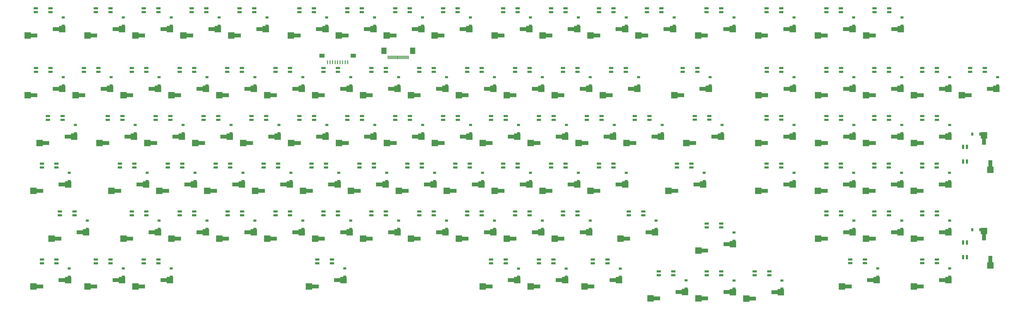
<source format=gbp>
G04 Layer: BottomPasteMaskLayer*
G04 EasyEDA v6.5.33, 2023-07-29 07:31:28*
G04 219471704c294700b8179b9d236804d4,d031c0a8eb424844af7c2e53bc7358ee,10*
G04 Gerber Generator version 0.2*
G04 Scale: 100 percent, Rotated: No, Reflected: No *
G04 Dimensions in millimeters *
G04 leading zeros omitted , absolute positions ,4 integer and 5 decimal *
%FSLAX45Y45*%
%MOMM*%

%AMMACRO1*21,1,$1,$2,0,0,$3*%
%AMMACRO2*4,1,4,0.6096,0.4547,0.6096,-0.4547,-0.6096,-0.4547,-0.6096,0.4547,0.6096,0.4547,0*%
%AMMACRO3*4,1,4,1.3132,-0.75,-1.3128,-0.75,-1.3132,0.75,1.313,0.75,1.3132,-0.75,0*%
%AMMACRO4*4,1,4,-1.313,0.75,1.313,0.75,1.313,-0.75,-1.3126,-0.75,-1.313,0.75,0*%
%AMMACRO5*4,1,4,-0.4547,0.6096,0.4547,0.6096,0.4547,-0.6096,-0.4547,-0.6096,-0.4547,0.6096,0*%
%AMMACRO6*4,1,4,0.75,1.3132,0.75,-1.3128,-0.75,-1.3132,-0.75,1.313,0.75,1.3132,0*%
%AMMACRO7*4,1,4,-0.75,-1.313,-0.75,1.313,0.75,1.313,0.75,-1.3126,-0.75,-1.313,0*%
%ADD10MACRO1,2X1.5X0.0000*%
%ADD11MACRO1,0.4X1.5X0.0000*%
%ADD12MACRO1,0.3X1.4X0.0000*%
%ADD13MACRO1,2X2.5X0.0000*%
%ADD14R,2.5500X2.5000*%
%ADD15MACRO2*%
%ADD16MACRO3*%
%ADD17MACRO4*%
%ADD18R,2.5000X2.5500*%
%ADD19MACRO5*%
%ADD20MACRO6*%
%ADD21MACRO7*%
%ADD22R,1.8000X0.8200*%
%ADD23R,0.8200X1.8000*%
%ADD24R,0.0135X1.8000*%

%LPD*%
D10*
G01*
X12778480Y-3133897D03*
G01*
X14018463Y-3133890D03*
D11*
G01*
X12998462Y-3393889D03*
G01*
X13098462Y-3393889D03*
G01*
X13198464Y-3393889D03*
G01*
X13298464Y-3393889D03*
G01*
X13398464Y-3393889D03*
G01*
X13498464Y-3393889D03*
G01*
X13598464Y-3393889D03*
G01*
X13698463Y-3393889D03*
G01*
X13798463Y-3393889D03*
D12*
G01*
X15411470Y-3202175D03*
G01*
X15461470Y-3202175D03*
G01*
X15511470Y-3202175D03*
G01*
X15561470Y-3202175D03*
G01*
X15611469Y-3202175D03*
G01*
X15661472Y-3202175D03*
D13*
G01*
X16381465Y-2944675D03*
G01*
X15241478Y-2944627D03*
D12*
G01*
X15711462Y-3202175D03*
G01*
X15761462Y-3202175D03*
G01*
X15811461Y-3202175D03*
G01*
X15861461Y-3202175D03*
G01*
X15911461Y-3202175D03*
G01*
X15961461Y-3202175D03*
G01*
X16011466Y-3202175D03*
G01*
X16061469Y-3202175D03*
G01*
X16111468Y-3202175D03*
G01*
X16161468Y-3202175D03*
G01*
X16211468Y-3202175D03*
D14*
G01*
X13634923Y-12078690D03*
D15*
G01*
X13682411Y-11613700D03*
G01*
X13682411Y-11938822D03*
D14*
G01*
X12262408Y-12331192D03*
D16*
G01*
X13397155Y-12077674D03*
D17*
G01*
X12512168Y-12331192D03*
D14*
G01*
X2444191Y-2078456D03*
D15*
G01*
X2491679Y-1613466D03*
G01*
X2491679Y-1938588D03*
D14*
G01*
X1071676Y-2330957D03*
D16*
G01*
X2206423Y-2077440D03*
D17*
G01*
X1321436Y-2330957D03*
D14*
G01*
X2680411Y-12078690D03*
D15*
G01*
X2727899Y-11613700D03*
G01*
X2727899Y-11938822D03*
D14*
G01*
X1307896Y-12331192D03*
D16*
G01*
X2442643Y-12077674D03*
D17*
G01*
X1557656Y-12331192D03*
D14*
G01*
X4826711Y-12078690D03*
D15*
G01*
X4874199Y-11613700D03*
G01*
X4874199Y-11938822D03*
D14*
G01*
X3454196Y-12331192D03*
D16*
G01*
X4588943Y-12077674D03*
D17*
G01*
X3703956Y-12331192D03*
D14*
G01*
X22443897Y-12079960D03*
D15*
G01*
X22491385Y-11614970D03*
G01*
X22491385Y-11940092D03*
D14*
G01*
X21071382Y-12332462D03*
D16*
G01*
X22206129Y-12078944D03*
D17*
G01*
X21321142Y-12332462D03*
D14*
G01*
X31496711Y-8268690D03*
D15*
G01*
X31544199Y-7803700D03*
G01*
X31544199Y-8128822D03*
D14*
G01*
X30124196Y-8521192D03*
D16*
G01*
X31258943Y-8267674D03*
D17*
G01*
X30373956Y-8521192D03*
D14*
G01*
X27209953Y-12552908D03*
D15*
G01*
X27257441Y-12087918D03*
G01*
X27257441Y-12413040D03*
D14*
G01*
X25837438Y-12805410D03*
D16*
G01*
X26972185Y-12551892D03*
D17*
G01*
X26087198Y-12805410D03*
D14*
G01*
X31020969Y-12556972D03*
D15*
G01*
X31068457Y-12091982D03*
G01*
X31068457Y-12417104D03*
D14*
G01*
X29648454Y-12809474D03*
D16*
G01*
X30783201Y-12555956D03*
D17*
G01*
X29898214Y-12809473D03*
D14*
G01*
X34827921Y-12078944D03*
D15*
G01*
X34875409Y-11613954D03*
G01*
X34875409Y-11939076D03*
D14*
G01*
X33455406Y-12331445D03*
D16*
G01*
X34590153Y-12077928D03*
D17*
G01*
X33705166Y-12331446D03*
D18*
G01*
X39097940Y-10120934D03*
D19*
G01*
X38632950Y-10073446D03*
G01*
X38958072Y-10073446D03*
D18*
G01*
X39350441Y-11493449D03*
D20*
G01*
X39096924Y-10358702D03*
D21*
G01*
X39350441Y-11243689D03*
D14*
G01*
X37686945Y-12078944D03*
D15*
G01*
X37734433Y-11613954D03*
G01*
X37734433Y-11939076D03*
D14*
G01*
X36314430Y-12331445D03*
D16*
G01*
X37449177Y-12077928D03*
D17*
G01*
X36564190Y-12331446D03*
D14*
G01*
X35783469Y-10171912D03*
D15*
G01*
X35830957Y-9706922D03*
G01*
X35830957Y-10032044D03*
D14*
G01*
X34410954Y-10424413D03*
D16*
G01*
X35545701Y-10170896D03*
D17*
G01*
X34660714Y-10424413D03*
D14*
G01*
X29113937Y-12554940D03*
D15*
G01*
X29161425Y-12089950D03*
G01*
X29161425Y-12415072D03*
D14*
G01*
X27741422Y-12807442D03*
D16*
G01*
X28876169Y-12553924D03*
D17*
G01*
X27991182Y-12807442D03*
D14*
G01*
X24588927Y-12079960D03*
D15*
G01*
X24636415Y-11614970D03*
G01*
X24636415Y-11940092D03*
D14*
G01*
X23216412Y-12332462D03*
D16*
G01*
X24351159Y-12078944D03*
D17*
G01*
X23466172Y-12332462D03*
D14*
G01*
X20542961Y-12079960D03*
D15*
G01*
X20590449Y-11614970D03*
G01*
X20590449Y-11940092D03*
D14*
G01*
X19170446Y-12332462D03*
D16*
G01*
X20305193Y-12078944D03*
D17*
G01*
X19420206Y-12332462D03*
D14*
G01*
X6731711Y-12078690D03*
D15*
G01*
X6779199Y-11613700D03*
G01*
X6779199Y-11938822D03*
D14*
G01*
X5359196Y-12331192D03*
D16*
G01*
X6493943Y-12077674D03*
D17*
G01*
X5608956Y-12331192D03*
D14*
G01*
X3398469Y-10171912D03*
D15*
G01*
X3445957Y-9706922D03*
G01*
X3445957Y-10032044D03*
D14*
G01*
X2025954Y-10424413D03*
D16*
G01*
X3160701Y-10170896D03*
D17*
G01*
X2275714Y-10424413D03*
D14*
G01*
X6255969Y-10171912D03*
D15*
G01*
X6303457Y-9706922D03*
G01*
X6303457Y-10032044D03*
D14*
G01*
X4883454Y-10424413D03*
D16*
G01*
X6018201Y-10170896D03*
D17*
G01*
X5133214Y-10424413D03*
D14*
G01*
X10065969Y-10171912D03*
D15*
G01*
X10113457Y-9706922D03*
G01*
X10113457Y-10032044D03*
D14*
G01*
X8693454Y-10424413D03*
D16*
G01*
X9828201Y-10170896D03*
D17*
G01*
X8943214Y-10424413D03*
D14*
G01*
X13875969Y-10171912D03*
D15*
G01*
X13923457Y-9706922D03*
G01*
X13923457Y-10032044D03*
D14*
G01*
X12503454Y-10424413D03*
D16*
G01*
X13638201Y-10170896D03*
D17*
G01*
X12753214Y-10424413D03*
D14*
G01*
X17685969Y-10171912D03*
D15*
G01*
X17733457Y-9706922D03*
G01*
X17733457Y-10032044D03*
D14*
G01*
X16313454Y-10424413D03*
D16*
G01*
X17448201Y-10170896D03*
D17*
G01*
X16563214Y-10424413D03*
D14*
G01*
X21495969Y-10171912D03*
D15*
G01*
X21543457Y-9706922D03*
G01*
X21543457Y-10032044D03*
D14*
G01*
X20123454Y-10424413D03*
D16*
G01*
X21258201Y-10170896D03*
D17*
G01*
X20373214Y-10424413D03*
D14*
G01*
X26017169Y-10171912D03*
D15*
G01*
X26064657Y-9706922D03*
G01*
X26064657Y-10032044D03*
D14*
G01*
X24644654Y-10424413D03*
D16*
G01*
X25779401Y-10170896D03*
D17*
G01*
X24894414Y-10424413D03*
D14*
G01*
X33878469Y-10171912D03*
D15*
G01*
X33925957Y-9706922D03*
G01*
X33925957Y-10032044D03*
D14*
G01*
X32505954Y-10424413D03*
D16*
G01*
X33640701Y-10170896D03*
D17*
G01*
X32755714Y-10424413D03*
D14*
G01*
X37688469Y-10171912D03*
D15*
G01*
X37735957Y-9706922D03*
G01*
X37735957Y-10032044D03*
D14*
G01*
X36315954Y-10424413D03*
D16*
G01*
X37450701Y-10170896D03*
D17*
G01*
X36565714Y-10424413D03*
D14*
G01*
X37681611Y-8268690D03*
D15*
G01*
X37729099Y-7803700D03*
G01*
X37729099Y-8128822D03*
D14*
G01*
X36309096Y-8521192D03*
D16*
G01*
X37443843Y-8267674D03*
D17*
G01*
X36558856Y-8521192D03*
D14*
G01*
X35776611Y-8268690D03*
D15*
G01*
X35824099Y-7803700D03*
G01*
X35824099Y-8128822D03*
D14*
G01*
X34404096Y-8521192D03*
D16*
G01*
X35538843Y-8267674D03*
D17*
G01*
X34653856Y-8521192D03*
D14*
G01*
X29113937Y-10648924D03*
D15*
G01*
X29161425Y-10183934D03*
G01*
X29161425Y-10509056D03*
D14*
G01*
X27741422Y-10901426D03*
D16*
G01*
X28876169Y-10647908D03*
D17*
G01*
X27991182Y-10901426D03*
D14*
G01*
X23400969Y-10171912D03*
D15*
G01*
X23448457Y-9706922D03*
G01*
X23448457Y-10032044D03*
D14*
G01*
X22028454Y-10424413D03*
D16*
G01*
X23163201Y-10170896D03*
D17*
G01*
X22278214Y-10424413D03*
D14*
G01*
X19590969Y-10171912D03*
D15*
G01*
X19638457Y-9706922D03*
G01*
X19638457Y-10032044D03*
D14*
G01*
X18218454Y-10424413D03*
D16*
G01*
X19353201Y-10170896D03*
D17*
G01*
X18468214Y-10424413D03*
D14*
G01*
X15780969Y-10171912D03*
D15*
G01*
X15828457Y-9706922D03*
G01*
X15828457Y-10032044D03*
D14*
G01*
X14408454Y-10424413D03*
D16*
G01*
X15543201Y-10170896D03*
D17*
G01*
X14658214Y-10424413D03*
D14*
G01*
X11970969Y-10171912D03*
D15*
G01*
X12018457Y-9706922D03*
G01*
X12018457Y-10032044D03*
D14*
G01*
X10598454Y-10424413D03*
D16*
G01*
X11733201Y-10170896D03*
D17*
G01*
X10848214Y-10424413D03*
D14*
G01*
X8160969Y-10171912D03*
D15*
G01*
X8208457Y-9706922D03*
G01*
X8208457Y-10032044D03*
D14*
G01*
X6788454Y-10424413D03*
D16*
G01*
X7923201Y-10170896D03*
D17*
G01*
X7038214Y-10424413D03*
D14*
G01*
X2680411Y-8268690D03*
D15*
G01*
X2727899Y-7803700D03*
G01*
X2727899Y-8128822D03*
D14*
G01*
X1307896Y-8521192D03*
D16*
G01*
X2442643Y-8267674D03*
D17*
G01*
X1557656Y-8521192D03*
D14*
G01*
X7684211Y-8268690D03*
D15*
G01*
X7731699Y-7803700D03*
G01*
X7731699Y-8128822D03*
D14*
G01*
X6311696Y-8521192D03*
D16*
G01*
X7446443Y-8267674D03*
D17*
G01*
X6561456Y-8521192D03*
D14*
G01*
X11494211Y-8268690D03*
D15*
G01*
X11541699Y-7803700D03*
G01*
X11541699Y-8128822D03*
D14*
G01*
X10121696Y-8521192D03*
D16*
G01*
X11256443Y-8267674D03*
D17*
G01*
X10371456Y-8521192D03*
D14*
G01*
X15304211Y-8268690D03*
D15*
G01*
X15351699Y-7803700D03*
G01*
X15351699Y-8128822D03*
D14*
G01*
X13931696Y-8521192D03*
D16*
G01*
X15066443Y-8267674D03*
D17*
G01*
X14181456Y-8521192D03*
D14*
G01*
X19114211Y-8268690D03*
D15*
G01*
X19161699Y-7803700D03*
G01*
X19161699Y-8128822D03*
D14*
G01*
X17741696Y-8521192D03*
D16*
G01*
X18876443Y-8267674D03*
D17*
G01*
X17991456Y-8521192D03*
D14*
G01*
X22924211Y-8268690D03*
D15*
G01*
X22971699Y-7803700D03*
G01*
X22971699Y-8128822D03*
D14*
G01*
X21551696Y-8521192D03*
D16*
G01*
X22686443Y-8267674D03*
D17*
G01*
X21801456Y-8521192D03*
D14*
G01*
X27928011Y-8268690D03*
D15*
G01*
X27975499Y-7803700D03*
G01*
X27975499Y-8128822D03*
D14*
G01*
X26555496Y-8521192D03*
D16*
G01*
X27690243Y-8267674D03*
D17*
G01*
X26805256Y-8521192D03*
D14*
G01*
X35789311Y-2078456D03*
D15*
G01*
X35836799Y-1613466D03*
G01*
X35836799Y-1938588D03*
D14*
G01*
X34416796Y-2330957D03*
D16*
G01*
X35551543Y-2077440D03*
D17*
G01*
X34666556Y-2330957D03*
D14*
G01*
X33871611Y-8268690D03*
D15*
G01*
X33919099Y-7803700D03*
G01*
X33919099Y-8128822D03*
D14*
G01*
X32499096Y-8521192D03*
D16*
G01*
X33633843Y-8267674D03*
D17*
G01*
X32748856Y-8521192D03*
D18*
G01*
X39097940Y-6310934D03*
D19*
G01*
X38632950Y-6263446D03*
G01*
X38958072Y-6263446D03*
D18*
G01*
X39350441Y-7683449D03*
D20*
G01*
X39096924Y-6548702D03*
D21*
G01*
X39350441Y-7433689D03*
D14*
G01*
X37686691Y-6363690D03*
D15*
G01*
X37734179Y-5898700D03*
G01*
X37734179Y-6223822D03*
D14*
G01*
X36314176Y-6616192D03*
D16*
G01*
X37448923Y-6362674D03*
D17*
G01*
X36563936Y-6616192D03*
D14*
G01*
X35781691Y-6363690D03*
D15*
G01*
X35829179Y-5898700D03*
G01*
X35829179Y-6223822D03*
D14*
G01*
X34409176Y-6616192D03*
D16*
G01*
X35543923Y-6362674D03*
D17*
G01*
X34658936Y-6616192D03*
D14*
G01*
X31496711Y-6363690D03*
D15*
G01*
X31544199Y-5898700D03*
G01*
X31544199Y-6223822D03*
D14*
G01*
X30124196Y-6616192D03*
D16*
G01*
X31258943Y-6362674D03*
D17*
G01*
X30373956Y-6616192D03*
D14*
G01*
X24829211Y-8268690D03*
D15*
G01*
X24876699Y-7803700D03*
G01*
X24876699Y-8128822D03*
D14*
G01*
X23456696Y-8521192D03*
D16*
G01*
X24591443Y-8267674D03*
D17*
G01*
X23706456Y-8521192D03*
D14*
G01*
X21019211Y-8268690D03*
D15*
G01*
X21066699Y-7803700D03*
G01*
X21066699Y-8128822D03*
D14*
G01*
X19646696Y-8521192D03*
D16*
G01*
X20781443Y-8267674D03*
D17*
G01*
X19896456Y-8521192D03*
D14*
G01*
X17209211Y-8268690D03*
D15*
G01*
X17256699Y-7803700D03*
G01*
X17256699Y-8128822D03*
D14*
G01*
X15836696Y-8521192D03*
D16*
G01*
X16971443Y-8267674D03*
D17*
G01*
X16086456Y-8521192D03*
D14*
G01*
X13399211Y-8268690D03*
D15*
G01*
X13446699Y-7803700D03*
G01*
X13446699Y-8128822D03*
D14*
G01*
X12026696Y-8521192D03*
D16*
G01*
X13161443Y-8267674D03*
D17*
G01*
X12276456Y-8521192D03*
D14*
G01*
X9589211Y-8268690D03*
D15*
G01*
X9636699Y-7803700D03*
G01*
X9636699Y-8128822D03*
D14*
G01*
X8216696Y-8521192D03*
D16*
G01*
X9351443Y-8267674D03*
D17*
G01*
X8466456Y-8521192D03*
D14*
G01*
X5779211Y-8268690D03*
D15*
G01*
X5826699Y-7803700D03*
G01*
X5826699Y-8128822D03*
D14*
G01*
X4406696Y-8521192D03*
D16*
G01*
X5541443Y-8267674D03*
D17*
G01*
X4656456Y-8521192D03*
D14*
G01*
X2921711Y-6363690D03*
D15*
G01*
X2969199Y-5898700D03*
G01*
X2969199Y-6223822D03*
D14*
G01*
X1549196Y-6616192D03*
D16*
G01*
X2683943Y-6362674D03*
D17*
G01*
X1798956Y-6616192D03*
D14*
G01*
X7206691Y-6363690D03*
D15*
G01*
X7254179Y-5898700D03*
G01*
X7254179Y-6223822D03*
D14*
G01*
X5834176Y-6616192D03*
D16*
G01*
X6968923Y-6362674D03*
D17*
G01*
X6083936Y-6616192D03*
D14*
G01*
X11016691Y-6363690D03*
D15*
G01*
X11064179Y-5898700D03*
G01*
X11064179Y-6223822D03*
D14*
G01*
X9644176Y-6616192D03*
D16*
G01*
X10778923Y-6362674D03*
D17*
G01*
X9893936Y-6616192D03*
D14*
G01*
X14826691Y-6363690D03*
D15*
G01*
X14874179Y-5898700D03*
G01*
X14874179Y-6223822D03*
D14*
G01*
X13454176Y-6616192D03*
D16*
G01*
X14588923Y-6362674D03*
D17*
G01*
X13703936Y-6616192D03*
D14*
G01*
X18636691Y-6363690D03*
D15*
G01*
X18684179Y-5898700D03*
G01*
X18684179Y-6223822D03*
D14*
G01*
X17264176Y-6616192D03*
D16*
G01*
X18398923Y-6362674D03*
D17*
G01*
X17513936Y-6616192D03*
D14*
G01*
X22446691Y-6363690D03*
D15*
G01*
X22494179Y-5898700D03*
G01*
X22494179Y-6223822D03*
D14*
G01*
X21074176Y-6616192D03*
D16*
G01*
X22208923Y-6362674D03*
D17*
G01*
X21323936Y-6616192D03*
D14*
G01*
X26256691Y-6363690D03*
D15*
G01*
X26304179Y-5898700D03*
G01*
X26304179Y-6223822D03*
D14*
G01*
X24884176Y-6616192D03*
D16*
G01*
X26018923Y-6362674D03*
D17*
G01*
X25133936Y-6616192D03*
D14*
G01*
X29109111Y-2078456D03*
D15*
G01*
X29156599Y-1613466D03*
G01*
X29156599Y-1938588D03*
D14*
G01*
X27736596Y-2330957D03*
D16*
G01*
X28871343Y-2077440D03*
D17*
G01*
X27986356Y-2330957D03*
D14*
G01*
X31502807Y-4458690D03*
D15*
G01*
X31550295Y-3993700D03*
G01*
X31550295Y-4318822D03*
D14*
G01*
X30130292Y-4711192D03*
D16*
G01*
X31265039Y-4457674D03*
D17*
G01*
X30380052Y-4711192D03*
D14*
G01*
X33876691Y-6363690D03*
D15*
G01*
X33924179Y-5898700D03*
G01*
X33924179Y-6223822D03*
D14*
G01*
X32504176Y-6616192D03*
D16*
G01*
X33638923Y-6362674D03*
D17*
G01*
X32753936Y-6616192D03*
D14*
G01*
X39592707Y-4458690D03*
D15*
G01*
X39640195Y-3993700D03*
G01*
X39640195Y-4318822D03*
D14*
G01*
X38220192Y-4711192D03*
D16*
G01*
X39354939Y-4457674D03*
D17*
G01*
X38469952Y-4711192D03*
D14*
G01*
X37687707Y-4458690D03*
D15*
G01*
X37735195Y-3993700D03*
G01*
X37735195Y-4318822D03*
D14*
G01*
X36315192Y-4711192D03*
D16*
G01*
X37449939Y-4457674D03*
D17*
G01*
X36564952Y-4711192D03*
D14*
G01*
X35782707Y-4458690D03*
D15*
G01*
X35830195Y-3993700D03*
G01*
X35830195Y-4318822D03*
D14*
G01*
X34410192Y-4711192D03*
D16*
G01*
X35544939Y-4457674D03*
D17*
G01*
X34659952Y-4711192D03*
D14*
G01*
X31496711Y-2078456D03*
D15*
G01*
X31544199Y-1613466D03*
G01*
X31544199Y-1938588D03*
D14*
G01*
X30124196Y-2330957D03*
D16*
G01*
X31258943Y-2077440D03*
D17*
G01*
X30373956Y-2330957D03*
D14*
G01*
X28639211Y-6363690D03*
D15*
G01*
X28686699Y-5898700D03*
G01*
X28686699Y-6223822D03*
D14*
G01*
X27266696Y-6616192D03*
D16*
G01*
X28401443Y-6362674D03*
D17*
G01*
X27516456Y-6616192D03*
D14*
G01*
X24351691Y-6363690D03*
D15*
G01*
X24399179Y-5898700D03*
G01*
X24399179Y-6223822D03*
D14*
G01*
X22979176Y-6616192D03*
D16*
G01*
X24113923Y-6362674D03*
D17*
G01*
X23228936Y-6616192D03*
D14*
G01*
X20541691Y-6363690D03*
D15*
G01*
X20589179Y-5898700D03*
G01*
X20589179Y-6223822D03*
D14*
G01*
X19169176Y-6616192D03*
D16*
G01*
X20303923Y-6362674D03*
D17*
G01*
X19418936Y-6616192D03*
D14*
G01*
X16731691Y-6363690D03*
D15*
G01*
X16779179Y-5898700D03*
G01*
X16779179Y-6223822D03*
D14*
G01*
X15359176Y-6616192D03*
D16*
G01*
X16493923Y-6362674D03*
D17*
G01*
X15608936Y-6616192D03*
D14*
G01*
X12921691Y-6363690D03*
D15*
G01*
X12969179Y-5898700D03*
G01*
X12969179Y-6223822D03*
D14*
G01*
X11549176Y-6616192D03*
D16*
G01*
X12683923Y-6362674D03*
D17*
G01*
X11798936Y-6616192D03*
D14*
G01*
X9111691Y-6363690D03*
D15*
G01*
X9159179Y-5898700D03*
G01*
X9159179Y-6223822D03*
D14*
G01*
X7739176Y-6616192D03*
D16*
G01*
X8873923Y-6362674D03*
D17*
G01*
X7988936Y-6616192D03*
D14*
G01*
X5301691Y-6363690D03*
D15*
G01*
X5349179Y-5898700D03*
G01*
X5349179Y-6223822D03*
D14*
G01*
X3929176Y-6616192D03*
D16*
G01*
X5063923Y-6362674D03*
D17*
G01*
X4178936Y-6616192D03*
D14*
G01*
X2445207Y-4458690D03*
D15*
G01*
X2492695Y-3993700D03*
G01*
X2492695Y-4318822D03*
D14*
G01*
X1072692Y-4711192D03*
D16*
G01*
X2207439Y-4457674D03*
D17*
G01*
X1322452Y-4711192D03*
D14*
G01*
X6255207Y-4458690D03*
D15*
G01*
X6302695Y-3993700D03*
G01*
X6302695Y-4318822D03*
D14*
G01*
X4882692Y-4711192D03*
D16*
G01*
X6017439Y-4457674D03*
D17*
G01*
X5132452Y-4711192D03*
D14*
G01*
X10065207Y-4458690D03*
D15*
G01*
X10112695Y-3993700D03*
G01*
X10112695Y-4318822D03*
D14*
G01*
X8692692Y-4711192D03*
D16*
G01*
X9827439Y-4457674D03*
D17*
G01*
X8942452Y-4711192D03*
D14*
G01*
X13875207Y-4458690D03*
D15*
G01*
X13922695Y-3993700D03*
G01*
X13922695Y-4318822D03*
D14*
G01*
X12502692Y-4711192D03*
D16*
G01*
X13637439Y-4457674D03*
D17*
G01*
X12752452Y-4711192D03*
D14*
G01*
X17685207Y-4458690D03*
D15*
G01*
X17732695Y-3993700D03*
G01*
X17732695Y-4318822D03*
D14*
G01*
X16312692Y-4711192D03*
D16*
G01*
X17447439Y-4457674D03*
D17*
G01*
X16562452Y-4711192D03*
D14*
G01*
X21495207Y-4458690D03*
D15*
G01*
X21542695Y-3993700D03*
G01*
X21542695Y-4318822D03*
D14*
G01*
X20122692Y-4711192D03*
D16*
G01*
X21257439Y-4457674D03*
D17*
G01*
X20372452Y-4711192D03*
D14*
G01*
X25317907Y-4458690D03*
D15*
G01*
X25365395Y-3993700D03*
G01*
X25365395Y-4318822D03*
D14*
G01*
X23945392Y-4711192D03*
D16*
G01*
X25080139Y-4457674D03*
D17*
G01*
X24195152Y-4711192D03*
D14*
G01*
X28162707Y-4458690D03*
D15*
G01*
X28210195Y-3993700D03*
G01*
X28210195Y-4318822D03*
D14*
G01*
X26790192Y-4711192D03*
D16*
G01*
X27924939Y-4457674D03*
D17*
G01*
X27039952Y-4711192D03*
D14*
G01*
X33871611Y-2078456D03*
D15*
G01*
X33919099Y-1613466D03*
G01*
X33919099Y-1938588D03*
D14*
G01*
X32499096Y-2330957D03*
D16*
G01*
X33633843Y-2077440D03*
D17*
G01*
X32748856Y-2330957D03*
D14*
G01*
X33877707Y-4458690D03*
D15*
G01*
X33925195Y-3993700D03*
G01*
X33925195Y-4318822D03*
D14*
G01*
X32505192Y-4711192D03*
D16*
G01*
X33639939Y-4457674D03*
D17*
G01*
X32754952Y-4711192D03*
D14*
G01*
X23400207Y-4458690D03*
D15*
G01*
X23447695Y-3993700D03*
G01*
X23447695Y-4318822D03*
D14*
G01*
X22027692Y-4711192D03*
D16*
G01*
X23162439Y-4457674D03*
D17*
G01*
X22277452Y-4711192D03*
D14*
G01*
X19590207Y-4458690D03*
D15*
G01*
X19637695Y-3993700D03*
G01*
X19637695Y-4318822D03*
D14*
G01*
X18217692Y-4711192D03*
D16*
G01*
X19352439Y-4457674D03*
D17*
G01*
X18467452Y-4711192D03*
D14*
G01*
X15780207Y-4458690D03*
D15*
G01*
X15827695Y-3993700D03*
G01*
X15827695Y-4318822D03*
D14*
G01*
X14407692Y-4711192D03*
D16*
G01*
X15542439Y-4457674D03*
D17*
G01*
X14657452Y-4711192D03*
D14*
G01*
X11970207Y-4458690D03*
D15*
G01*
X12017695Y-3993700D03*
G01*
X12017695Y-4318822D03*
D14*
G01*
X10597692Y-4711192D03*
D16*
G01*
X11732439Y-4457674D03*
D17*
G01*
X10847452Y-4711192D03*
D14*
G01*
X8160207Y-4458690D03*
D15*
G01*
X8207695Y-3993700D03*
G01*
X8207695Y-4318822D03*
D14*
G01*
X6787692Y-4711192D03*
D16*
G01*
X7922439Y-4457674D03*
D17*
G01*
X7037452Y-4711192D03*
D14*
G01*
X4350207Y-4458690D03*
D15*
G01*
X4397695Y-3993700D03*
G01*
X4397695Y-4318822D03*
D14*
G01*
X2977692Y-4711192D03*
D16*
G01*
X4112439Y-4457674D03*
D17*
G01*
X3227452Y-4711192D03*
D14*
G01*
X6731711Y-2078456D03*
D15*
G01*
X6779199Y-1613466D03*
G01*
X6779199Y-1938588D03*
D14*
G01*
X5359196Y-2330957D03*
D16*
G01*
X6493943Y-2077440D03*
D17*
G01*
X5608956Y-2330957D03*
D14*
G01*
X10541711Y-2078456D03*
D15*
G01*
X10589199Y-1613466D03*
G01*
X10589199Y-1938588D03*
D14*
G01*
X9169196Y-2330957D03*
D16*
G01*
X10303943Y-2077440D03*
D17*
G01*
X9418956Y-2330957D03*
D14*
G01*
X14821611Y-2078456D03*
D15*
G01*
X14869099Y-1613466D03*
G01*
X14869099Y-1938588D03*
D14*
G01*
X13449096Y-2330957D03*
D16*
G01*
X14583843Y-2077440D03*
D17*
G01*
X13698856Y-2330957D03*
D14*
G01*
X18631611Y-2078456D03*
D15*
G01*
X18679099Y-1613466D03*
G01*
X18679099Y-1938588D03*
D14*
G01*
X17259096Y-2330957D03*
D16*
G01*
X18393843Y-2077440D03*
D17*
G01*
X17508856Y-2330957D03*
D14*
G01*
X22924211Y-2078456D03*
D15*
G01*
X22971699Y-1613466D03*
G01*
X22971699Y-1938588D03*
D14*
G01*
X21551696Y-2330957D03*
D16*
G01*
X22686443Y-2077440D03*
D17*
G01*
X21801456Y-2330957D03*
D14*
G01*
X24829211Y-2078456D03*
D15*
G01*
X24876699Y-1613466D03*
G01*
X24876699Y-1938588D03*
D14*
G01*
X23456696Y-2330957D03*
D16*
G01*
X24591443Y-2077440D03*
D17*
G01*
X23706456Y-2330957D03*
D14*
G01*
X26734211Y-2078456D03*
D15*
G01*
X26781699Y-1613466D03*
G01*
X26781699Y-1938588D03*
D14*
G01*
X25361696Y-2330957D03*
D16*
G01*
X26496443Y-2077440D03*
D17*
G01*
X25611456Y-2330957D03*
D14*
G01*
X21019211Y-2078456D03*
D15*
G01*
X21066699Y-1613466D03*
G01*
X21066699Y-1938588D03*
D14*
G01*
X19646696Y-2330957D03*
D16*
G01*
X20781443Y-2077440D03*
D17*
G01*
X19896456Y-2330957D03*
D14*
G01*
X16726611Y-2078456D03*
D15*
G01*
X16774099Y-1613466D03*
G01*
X16774099Y-1938588D03*
D14*
G01*
X15354096Y-2330957D03*
D16*
G01*
X16488843Y-2077440D03*
D17*
G01*
X15603856Y-2330957D03*
D14*
G01*
X12916611Y-2078456D03*
D15*
G01*
X12964099Y-1613466D03*
G01*
X12964099Y-1938588D03*
D14*
G01*
X11544096Y-2330957D03*
D16*
G01*
X12678843Y-2077440D03*
D17*
G01*
X11793856Y-2330957D03*
D14*
G01*
X4826711Y-2078456D03*
D15*
G01*
X4874199Y-1613466D03*
G01*
X4874199Y-1938588D03*
D14*
G01*
X3454196Y-2330957D03*
D16*
G01*
X4588943Y-2077440D03*
D17*
G01*
X3703956Y-2330957D03*
D14*
G01*
X8638997Y-2078507D03*
D15*
G01*
X8686485Y-1613496D03*
G01*
X8686485Y-1938619D03*
D14*
G01*
X7266482Y-2331008D03*
D16*
G01*
X8401229Y-2077471D03*
D17*
G01*
X7516242Y-2330988D03*
D22*
G01*
X1979091Y-1398803D03*
G01*
X1979091Y-1248816D03*
G01*
X1399108Y-1248816D03*
G01*
X1399108Y-1398803D03*
G01*
X4366691Y-1398803D03*
G01*
X4366691Y-1248816D03*
G01*
X3786682Y-1248816D03*
G01*
X3786708Y-1398803D03*
G01*
X6271691Y-1398803D03*
G01*
X6271691Y-1248816D03*
G01*
X5691682Y-1248816D03*
G01*
X5691682Y-1398803D03*
G01*
X8176691Y-1398803D03*
G01*
X8176691Y-1248816D03*
G01*
X7596682Y-1248816D03*
G01*
X7596682Y-1398803D03*
G01*
X10081691Y-1398803D03*
G01*
X10081691Y-1248816D03*
G01*
X9501682Y-1248816D03*
G01*
X9501682Y-1398803D03*
G01*
X12456566Y-1398803D03*
G01*
X12456566Y-1248816D03*
G01*
X11876582Y-1248816D03*
G01*
X11876582Y-1398803D03*
G01*
X14361566Y-1398803D03*
G01*
X14361566Y-1248816D03*
G01*
X13781582Y-1248816D03*
G01*
X13781582Y-1398803D03*
G01*
X16266566Y-1398803D03*
G01*
X16266566Y-1248816D03*
G01*
X15686557Y-1248816D03*
G01*
X15686582Y-1398803D03*
G01*
X18171566Y-1398803D03*
G01*
X18171566Y-1248816D03*
G01*
X17591557Y-1248816D03*
G01*
X17591557Y-1398803D03*
G01*
X20559166Y-1398803D03*
G01*
X20559166Y-1248816D03*
G01*
X19979157Y-1248816D03*
G01*
X19979157Y-1398803D03*
G01*
X22464166Y-1398803D03*
G01*
X22464166Y-1248816D03*
G01*
X21884157Y-1248816D03*
G01*
X21884157Y-1398803D03*
G01*
X24369166Y-1398803D03*
G01*
X24369141Y-1248816D03*
G01*
X23789157Y-1248816D03*
G01*
X23789157Y-1398803D03*
G01*
X26274140Y-1398803D03*
G01*
X26274140Y-1248816D03*
G01*
X25694157Y-1248816D03*
G01*
X25694157Y-1398803D03*
G01*
X28649040Y-1398803D03*
G01*
X28649040Y-1248816D03*
G01*
X28069057Y-1248816D03*
G01*
X28069057Y-1398803D03*
G01*
X31036640Y-1398803D03*
G01*
X31036640Y-1248816D03*
G01*
X30456632Y-1248816D03*
G01*
X30456632Y-1398803D03*
G01*
X33411540Y-1398803D03*
G01*
X33411540Y-1248816D03*
G01*
X32831532Y-1248816D03*
G01*
X32831532Y-1398803D03*
G01*
X35329241Y-1398803D03*
G01*
X35329241Y-1248816D03*
G01*
X34749232Y-1248816D03*
G01*
X34749232Y-1398803D03*
G01*
X38550926Y-3629583D03*
G01*
X38550926Y-3779596D03*
G01*
X39130909Y-3779596D03*
G01*
X39130909Y-3629583D03*
G01*
X36646916Y-3629583D03*
G01*
X36646916Y-3779596D03*
G01*
X37226925Y-3779596D03*
G01*
X37226925Y-3629583D03*
G01*
X34740926Y-3630599D03*
G01*
X34740926Y-3780586D03*
G01*
X35320935Y-3780586D03*
G01*
X35320935Y-3630599D03*
G01*
X32835926Y-3630599D03*
G01*
X32835926Y-3780586D03*
G01*
X33415935Y-3780586D03*
G01*
X33415935Y-3630599D03*
G01*
X30460975Y-3630599D03*
G01*
X30460975Y-3780586D03*
G01*
X31040959Y-3780586D03*
G01*
X31040959Y-3630599D03*
G01*
X27120926Y-3630599D03*
G01*
X27120926Y-3780586D03*
G01*
X27700935Y-3780586D03*
G01*
X27700935Y-3630599D03*
G01*
X24276126Y-3630599D03*
G01*
X24276126Y-3780586D03*
G01*
X24856135Y-3780586D03*
G01*
X24856135Y-3630599D03*
G01*
X22358426Y-3630599D03*
G01*
X22358426Y-3780586D03*
G01*
X22938435Y-3780586D03*
G01*
X22938435Y-3630599D03*
G01*
X20453426Y-3630599D03*
G01*
X20453426Y-3780586D03*
G01*
X21033435Y-3780586D03*
G01*
X21033435Y-3630599D03*
G01*
X18548426Y-3630599D03*
G01*
X18548426Y-3780586D03*
G01*
X19128435Y-3780586D03*
G01*
X19128435Y-3630599D03*
G01*
X16643426Y-3630599D03*
G01*
X16643426Y-3780586D03*
G01*
X17223435Y-3780586D03*
G01*
X17223435Y-3630599D03*
G01*
X14738426Y-3630599D03*
G01*
X14738426Y-3780586D03*
G01*
X15318435Y-3780586D03*
G01*
X15318435Y-3630599D03*
G01*
X12833426Y-3630599D03*
G01*
X12833426Y-3780586D03*
G01*
X13413435Y-3780586D03*
G01*
X13413435Y-3630599D03*
G01*
X10928426Y-3630599D03*
G01*
X10928426Y-3780586D03*
G01*
X11508435Y-3780586D03*
G01*
X11508435Y-3630599D03*
G01*
X9010726Y-3630599D03*
G01*
X9010726Y-3780586D03*
G01*
X9590735Y-3780586D03*
G01*
X9590735Y-3630599D03*
G01*
X7118426Y-3630599D03*
G01*
X7118426Y-3780586D03*
G01*
X7698435Y-3780586D03*
G01*
X7698435Y-3630599D03*
G01*
X5213426Y-3630599D03*
G01*
X5213426Y-3780586D03*
G01*
X5793435Y-3780586D03*
G01*
X5793435Y-3630599D03*
G01*
X3308426Y-3630599D03*
G01*
X3308426Y-3780586D03*
G01*
X3888435Y-3780586D03*
G01*
X3888435Y-3630599D03*
G01*
X1403426Y-3630599D03*
G01*
X1403426Y-3780586D03*
G01*
X1983435Y-3780586D03*
G01*
X1983435Y-3630599D03*
G01*
X2461691Y-5688406D03*
G01*
X2461691Y-5538393D03*
G01*
X1881708Y-5538393D03*
G01*
X1881708Y-5688406D03*
G01*
X4840986Y-5688406D03*
G01*
X4840986Y-5538393D03*
G01*
X4261002Y-5538393D03*
G01*
X4261002Y-5688406D03*
G01*
X6745986Y-5688406D03*
G01*
X6745986Y-5538393D03*
G01*
X6166002Y-5538393D03*
G01*
X6166002Y-5688406D03*
G01*
X8650986Y-5688406D03*
G01*
X8650986Y-5538393D03*
G01*
X8071002Y-5538393D03*
G01*
X8071002Y-5688406D03*
G01*
X10555986Y-5688406D03*
G01*
X10555986Y-5538393D03*
G01*
X9976002Y-5538393D03*
G01*
X9976002Y-5688406D03*
G01*
X12460986Y-5688406D03*
G01*
X12460986Y-5538393D03*
G01*
X11881002Y-5538393D03*
G01*
X11881002Y-5688406D03*
G01*
X14365986Y-5688406D03*
G01*
X14365986Y-5538393D03*
G01*
X13786002Y-5538393D03*
G01*
X13786002Y-5688406D03*
G01*
X16270986Y-5688406D03*
G01*
X16270986Y-5538393D03*
G01*
X15691002Y-5538393D03*
G01*
X15691002Y-5688406D03*
G01*
X18175986Y-5688406D03*
G01*
X18175986Y-5538393D03*
G01*
X17596002Y-5538393D03*
G01*
X17596002Y-5688406D03*
G01*
X20080986Y-5688406D03*
G01*
X20080986Y-5538393D03*
G01*
X19501002Y-5538393D03*
G01*
X19501002Y-5688406D03*
G01*
X21985986Y-5688406D03*
G01*
X21985986Y-5538393D03*
G01*
X21406002Y-5538393D03*
G01*
X21406002Y-5688406D03*
G01*
X23890986Y-5688406D03*
G01*
X23890986Y-5538393D03*
G01*
X23311002Y-5538393D03*
G01*
X23311002Y-5688406D03*
G01*
X25795986Y-5688406D03*
G01*
X25795986Y-5538393D03*
G01*
X25216002Y-5538393D03*
G01*
X25216002Y-5688406D03*
G01*
X28178937Y-5687390D03*
G01*
X28178937Y-5537403D03*
G01*
X27598954Y-5537403D03*
G01*
X27598954Y-5687390D03*
G01*
X31035929Y-5687390D03*
G01*
X31035929Y-5537403D03*
G01*
X30455946Y-5537403D03*
G01*
X30455946Y-5687390D03*
G01*
X33415986Y-5688406D03*
G01*
X33415986Y-5538393D03*
G01*
X32836002Y-5538393D03*
G01*
X32836002Y-5688406D03*
G01*
X35320986Y-5688406D03*
G01*
X35320986Y-5538393D03*
G01*
X34741002Y-5538393D03*
G01*
X34741002Y-5688406D03*
G01*
X37225986Y-5688406D03*
G01*
X37225986Y-5538393D03*
G01*
X36646002Y-5538393D03*
G01*
X36646002Y-5688406D03*
D23*
G01*
X38271526Y-7349997D03*
G01*
X38421513Y-7349997D03*
G01*
X38421513Y-6769988D03*
G01*
X38271526Y-6769988D03*
D22*
G01*
X36641608Y-7440396D03*
G01*
X36641608Y-7590383D03*
G01*
X37221591Y-7590383D03*
G01*
X37221591Y-7440396D03*
G01*
X34736608Y-7440396D03*
G01*
X34736608Y-7590383D03*
G01*
X35316591Y-7590383D03*
G01*
X35316591Y-7440396D03*
G01*
X32831608Y-7440396D03*
G01*
X32831608Y-7590383D03*
G01*
X33411591Y-7590383D03*
G01*
X33411591Y-7440396D03*
G01*
X30456708Y-7440396D03*
G01*
X30456708Y-7590383D03*
G01*
X31036691Y-7590383D03*
G01*
X31036691Y-7440396D03*
G01*
X26888008Y-7440396D03*
G01*
X26888008Y-7590383D03*
G01*
X27467991Y-7590383D03*
G01*
X27467991Y-7440396D03*
G01*
X23789208Y-7440396D03*
G01*
X23789208Y-7590383D03*
G01*
X24369191Y-7590383D03*
G01*
X24369191Y-7440396D03*
G01*
X21884208Y-7440396D03*
G01*
X21884208Y-7590383D03*
G01*
X22464191Y-7590383D03*
G01*
X22464191Y-7440396D03*
G01*
X19979208Y-7440396D03*
G01*
X19979208Y-7590383D03*
G01*
X20559191Y-7590383D03*
G01*
X20559191Y-7440396D03*
G01*
X18074208Y-7440396D03*
G01*
X18074208Y-7590383D03*
G01*
X18654191Y-7590383D03*
G01*
X18654191Y-7440396D03*
G01*
X16169208Y-7440396D03*
G01*
X16169208Y-7590383D03*
G01*
X16749191Y-7590383D03*
G01*
X16749191Y-7440396D03*
G01*
X14264208Y-7440396D03*
G01*
X14264208Y-7590383D03*
G01*
X14844191Y-7590383D03*
G01*
X14844191Y-7440396D03*
G01*
X12359208Y-7440396D03*
G01*
X12359208Y-7590383D03*
G01*
X12939191Y-7590383D03*
G01*
X12939191Y-7440396D03*
G01*
X10454208Y-7440396D03*
G01*
X10454208Y-7590383D03*
G01*
X11034191Y-7590383D03*
G01*
X11034191Y-7440396D03*
G01*
X8549208Y-7440396D03*
G01*
X8549208Y-7590383D03*
G01*
X9129191Y-7590383D03*
G01*
X9129191Y-7440396D03*
G01*
X6644208Y-7440396D03*
G01*
X6644208Y-7590383D03*
G01*
X7224191Y-7590383D03*
G01*
X7224191Y-7440396D03*
G01*
X4739208Y-7440396D03*
G01*
X4739208Y-7590383D03*
G01*
X5319191Y-7590383D03*
G01*
X5319191Y-7440396D03*
G01*
X1640408Y-7440396D03*
G01*
X1640408Y-7590383D03*
G01*
X2220391Y-7590383D03*
G01*
X2220391Y-7440396D03*
G01*
X2937992Y-9494393D03*
G01*
X2937992Y-9344380D03*
G01*
X2358009Y-9344380D03*
G01*
X2358009Y-9494393D03*
G01*
X5795492Y-9494393D03*
G01*
X5795492Y-9344380D03*
G01*
X5215509Y-9344380D03*
G01*
X5215509Y-9494393D03*
G01*
X7700492Y-9494393D03*
G01*
X7700492Y-9344380D03*
G01*
X7120509Y-9344380D03*
G01*
X7120509Y-9494393D03*
G01*
X9605492Y-9494393D03*
G01*
X9605492Y-9344380D03*
G01*
X9025509Y-9344380D03*
G01*
X9025509Y-9494393D03*
G01*
X11510492Y-9494393D03*
G01*
X11510492Y-9344380D03*
G01*
X10930509Y-9344380D03*
G01*
X10930509Y-9494393D03*
G01*
X13415492Y-9494393D03*
G01*
X13415492Y-9344380D03*
G01*
X12835509Y-9344380D03*
G01*
X12835509Y-9494393D03*
G01*
X15320492Y-9494393D03*
G01*
X15320492Y-9344380D03*
G01*
X14740509Y-9344380D03*
G01*
X14740509Y-9494393D03*
G01*
X17225492Y-9494393D03*
G01*
X17225492Y-9344380D03*
G01*
X16645509Y-9344380D03*
G01*
X16645509Y-9494393D03*
G01*
X19130492Y-9494393D03*
G01*
X19130492Y-9344380D03*
G01*
X18550509Y-9344380D03*
G01*
X18550509Y-9494393D03*
G01*
X21035492Y-9494393D03*
G01*
X21035492Y-9344380D03*
G01*
X20455509Y-9344380D03*
G01*
X20455509Y-9494393D03*
G01*
X22940492Y-9494393D03*
G01*
X22940492Y-9344380D03*
G01*
X22360509Y-9344380D03*
G01*
X22360509Y-9494393D03*
G01*
X25556692Y-9494393D03*
G01*
X25556692Y-9344380D03*
G01*
X24976709Y-9344380D03*
G01*
X24976709Y-9494393D03*
G01*
X28652952Y-9972395D03*
G01*
X28652952Y-9822383D03*
G01*
X28072943Y-9822383D03*
G01*
X28072943Y-9972395D03*
G01*
X33417992Y-9494393D03*
G01*
X33417992Y-9344380D03*
G01*
X32838009Y-9344380D03*
G01*
X32838009Y-9494393D03*
G01*
X35322992Y-9494393D03*
G01*
X35322992Y-9344380D03*
G01*
X34743009Y-9344380D03*
G01*
X34743009Y-9494393D03*
G01*
X37227992Y-9494393D03*
G01*
X37227992Y-9344380D03*
G01*
X36648009Y-9344380D03*
G01*
X36648009Y-9494393D03*
D23*
G01*
X38272516Y-11159972D03*
G01*
X38422503Y-11159972D03*
G01*
X38422529Y-10579988D03*
G01*
X38272516Y-10579988D03*
D22*
G01*
X36645926Y-11251564D03*
G01*
X36645926Y-11401577D03*
G01*
X37225935Y-11401577D03*
G01*
X37225935Y-11251564D03*
G01*
X33784921Y-11251564D03*
G01*
X33784921Y-11401577D03*
G01*
X34364929Y-11401577D03*
G01*
X34364929Y-11251564D03*
G01*
X29980940Y-11729567D03*
G01*
X29980940Y-11879579D03*
G01*
X30560949Y-11879579D03*
G01*
X30560949Y-11729567D03*
G01*
X28071952Y-11729567D03*
G01*
X28071952Y-11879579D03*
G01*
X28651936Y-11879579D03*
G01*
X28651936Y-11729567D03*
G01*
X26168934Y-11729567D03*
G01*
X26168934Y-11879579D03*
G01*
X26748943Y-11879579D03*
G01*
X26748943Y-11729567D03*
G01*
X23547908Y-11253571D03*
G01*
X23547908Y-11403558D03*
G01*
X24127891Y-11403584D03*
G01*
X24127891Y-11253571D03*
G01*
X21402954Y-11253571D03*
G01*
X21402954Y-11403558D03*
G01*
X21982963Y-11403584D03*
G01*
X21982963Y-11253571D03*
G01*
X19502958Y-11253571D03*
G01*
X19502958Y-11403558D03*
G01*
X20082967Y-11403584D03*
G01*
X20082967Y-11253571D03*
G01*
X12592481Y-11253571D03*
G01*
X12592481Y-11403558D03*
G01*
X13172465Y-11403584D03*
G01*
X13172465Y-11253571D03*
G01*
X5691708Y-11253571D03*
G01*
X5691708Y-11403558D03*
G01*
X6271691Y-11403584D03*
G01*
X6271691Y-11253571D03*
G01*
X3786708Y-11253571D03*
G01*
X3786708Y-11403558D03*
G01*
X4366691Y-11403584D03*
G01*
X4366691Y-11253571D03*
G01*
X1640992Y-11253571D03*
G01*
X1640992Y-11403558D03*
G01*
X2221001Y-11403584D03*
G01*
X2221001Y-11253571D03*
M02*

</source>
